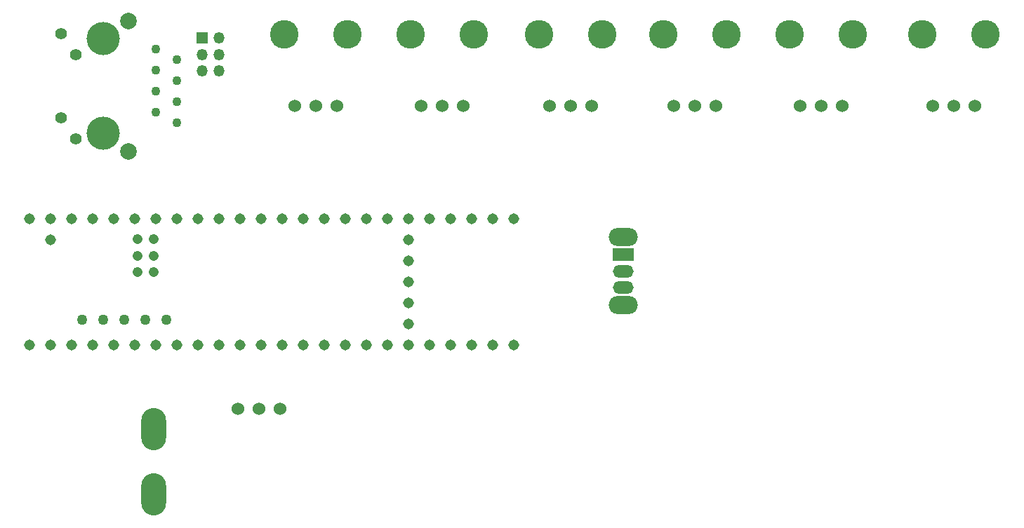
<source format=gbs>
G04 #@! TF.GenerationSoftware,KiCad,Pcbnew,(6.0.8)*
G04 #@! TF.CreationDate,2022-11-19T16:10:13-06:00*
G04 #@! TF.ProjectId,Driveboard_2023,44726976-6562-46f6-9172-645f32303233,rev?*
G04 #@! TF.SameCoordinates,Original*
G04 #@! TF.FileFunction,Soldermask,Bot*
G04 #@! TF.FilePolarity,Negative*
%FSLAX46Y46*%
G04 Gerber Fmt 4.6, Leading zero omitted, Abs format (unit mm)*
G04 Created by KiCad (PCBNEW (6.0.8)) date 2022-11-19 16:10:13*
%MOMM*%
%LPD*%
G01*
G04 APERTURE LIST*
%ADD10C,1.100000*%
%ADD11C,1.400000*%
%ADD12C,4.000000*%
%ADD13C,2.000000*%
%ADD14C,1.308000*%
%ADD15C,1.258000*%
%ADD16C,1.208000*%
%ADD17O,3.500000X2.200000*%
%ADD18R,2.500000X1.500000*%
%ADD19O,2.500000X1.500000*%
%ADD20C,1.524000*%
%ADD21O,3.000000X5.100000*%
%ADD22R,1.350000X1.350000*%
%ADD23O,1.350000X1.350000*%
%ADD24C,3.450000*%
G04 APERTURE END LIST*
D10*
X150062500Y-42799000D03*
X152602500Y-44069000D03*
X150062500Y-45339000D03*
X152602500Y-46609000D03*
X150062500Y-47879000D03*
X152602500Y-49149000D03*
X150062500Y-50419000D03*
X152602500Y-51689000D03*
D11*
X138632500Y-40919000D03*
X140422500Y-43459000D03*
X138632500Y-51029000D03*
X140422500Y-53569000D03*
D12*
X143712500Y-41529000D03*
X143712500Y-52959000D03*
D13*
X146762500Y-39369000D03*
X146762500Y-55119000D03*
D14*
X137414000Y-78486000D03*
X139954000Y-78486000D03*
X142494000Y-78486000D03*
X145034000Y-78486000D03*
X170434000Y-78486000D03*
X139954000Y-63246000D03*
X180594000Y-73406000D03*
X147574000Y-78486000D03*
X150114000Y-78486000D03*
D15*
X141224000Y-75436000D03*
D14*
X152654000Y-78486000D03*
X155194000Y-78486000D03*
X157734000Y-78486000D03*
X160274000Y-78486000D03*
X162814000Y-78486000D03*
X165354000Y-78486000D03*
X167894000Y-78486000D03*
X167894000Y-63246000D03*
X165354000Y-63246000D03*
X162814000Y-63246000D03*
X160274000Y-63246000D03*
X157734000Y-63246000D03*
X155194000Y-63246000D03*
X152654000Y-63246000D03*
X150114000Y-63246000D03*
X147574000Y-63246000D03*
X145034000Y-63246000D03*
X142494000Y-63246000D03*
X172974000Y-78486000D03*
X175514000Y-78486000D03*
X178054000Y-78486000D03*
X180594000Y-78486000D03*
X183134000Y-78486000D03*
X185674000Y-78486000D03*
X188214000Y-78486000D03*
X190754000Y-78486000D03*
X193294000Y-78486000D03*
X193294000Y-63246000D03*
X190754000Y-63246000D03*
X188214000Y-63246000D03*
X185674000Y-63246000D03*
X183134000Y-63246000D03*
X180594000Y-63246000D03*
X178054000Y-63246000D03*
X175514000Y-63246000D03*
X172974000Y-63246000D03*
D15*
X146304000Y-75436000D03*
X143764000Y-75436000D03*
D14*
X134874000Y-78486000D03*
X170434000Y-63246000D03*
X137414000Y-63246000D03*
X180594000Y-70866000D03*
D16*
X149844000Y-67696000D03*
X147844000Y-67696000D03*
D14*
X180594000Y-65786000D03*
X180594000Y-68326000D03*
D16*
X147844000Y-65696000D03*
X149844000Y-65696000D03*
X149844000Y-69696000D03*
X147844000Y-69696000D03*
D15*
X148844000Y-75436000D03*
X151384000Y-75436000D03*
D14*
X180594000Y-75946000D03*
X134874000Y-63246000D03*
X137414000Y-65786000D03*
D17*
X206502000Y-65464000D03*
X206502000Y-73664000D03*
D18*
X206502000Y-67564000D03*
D19*
X206502000Y-69564000D03*
X206502000Y-71564000D03*
D20*
X160020000Y-86233000D03*
X162560000Y-86233000D03*
X165100000Y-86233000D03*
D21*
X149860000Y-88646000D03*
X149860000Y-96520000D03*
X149860000Y-96520000D03*
D22*
X155702000Y-41402000D03*
D23*
X157702000Y-41402000D03*
X155702000Y-43402000D03*
X157702000Y-43402000D03*
X155702000Y-45402000D03*
X157702000Y-45402000D03*
D24*
X242532500Y-41021000D03*
X250152500Y-41021000D03*
D20*
X248882500Y-49657000D03*
X246342500Y-49657000D03*
X243802500Y-49657000D03*
D24*
X218948000Y-41021000D03*
X211328000Y-41021000D03*
D20*
X217678000Y-49657000D03*
X215138000Y-49657000D03*
X212598000Y-49657000D03*
D24*
X203962000Y-41021000D03*
X196342000Y-41021000D03*
D20*
X202692000Y-49657000D03*
X200152000Y-49657000D03*
X197612000Y-49657000D03*
D24*
X173228000Y-41021000D03*
X165608000Y-41021000D03*
D20*
X171958000Y-49657000D03*
X169418000Y-49657000D03*
X166878000Y-49657000D03*
D24*
X188468000Y-41021000D03*
X180848000Y-41021000D03*
D20*
X187198000Y-49657000D03*
X184658000Y-49657000D03*
X182118000Y-49657000D03*
D24*
X234188000Y-41021000D03*
X226568000Y-41021000D03*
D20*
X232918000Y-49657000D03*
X230378000Y-49657000D03*
X227838000Y-49657000D03*
M02*

</source>
